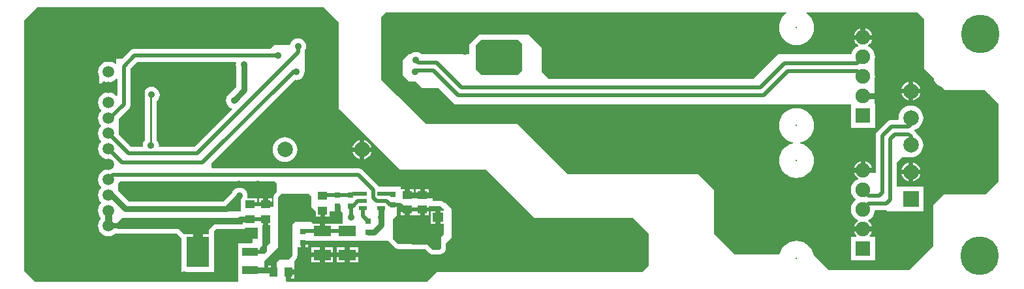
<source format=gbl>
%FSLAX25Y25*%
%MOIN*%
G70*
G01*
G75*
G04 Layer_Physical_Order=2*
G04 Layer_Color=16711680*
%ADD10R,0.07087X0.14173*%
%ADD11R,0.03937X0.04724*%
%ADD12R,0.06299X0.13780*%
%ADD13O,0.07874X0.02400*%
%ADD14O,0.07874X0.02402*%
%ADD15R,0.03465X0.05000*%
%ADD16R,0.05512X0.04724*%
%ADD17R,0.04724X0.03937*%
%ADD18R,0.05118X0.07480*%
%ADD19R,0.04724X0.03150*%
%ADD20R,0.08268X0.07874*%
%ADD21R,0.03150X0.03150*%
%ADD22R,0.06299X0.03937*%
%ADD23R,0.20079X0.18898*%
%ADD24R,0.11811X0.03937*%
%ADD25R,0.01575X0.07874*%
%ADD26R,0.03937X0.01575*%
%ADD27O,0.10000X0.02400*%
%ADD28O,0.10000X0.02402*%
%ADD29R,0.12205X0.06102*%
%ADD30C,0.02000*%
%ADD31C,0.02500*%
%ADD32C,0.03000*%
%ADD33C,0.02362*%
%ADD34C,0.05000*%
%ADD35C,0.03500*%
%ADD36C,0.02200*%
%ADD37C,0.01000*%
%ADD38C,0.04000*%
%ADD39C,0.07000*%
%ADD40C,0.02400*%
%ADD41C,0.06000*%
%ADD42C,0.04500*%
%ADD43C,0.05906*%
%ADD44R,0.05906X0.05906*%
%ADD45C,0.19685*%
%ADD46C,0.07874*%
%ADD47R,0.07874X0.07874*%
%ADD48C,0.00787*%
%ADD49C,0.07480*%
%ADD50R,0.07480X0.07480*%
%ADD51C,0.03543*%
%ADD52R,0.09055X0.05512*%
%ADD53R,0.07874X0.03937*%
%ADD54R,0.11811X0.15748*%
%ADD55R,0.03937X0.02362*%
G36*
X213401Y40536D02*
X213401Y40536D01*
X213401Y40536D01*
X213401Y40536D01*
X214793Y39144D01*
X214953Y38904D01*
X214960Y38898D01*
X214960Y38896D01*
Y38741D01*
X214961Y38739D01*
Y38482D01*
X214960Y38481D01*
Y38480D01*
D01*
X214960Y38480D01*
X214960Y38479D01*
Y38477D01*
X214913Y38365D01*
X214844Y38015D01*
X214841Y38008D01*
X213258D01*
Y34646D01*
Y31278D01*
X214846Y31269D01*
X214905Y30960D01*
X214957Y30833D01*
X214959Y30821D01*
Y30821D01*
X214959Y30692D01*
Y30692D01*
X214959Y30685D01*
X214961Y30676D01*
Y30665D01*
X214960Y30574D01*
X214961Y30572D01*
Y27525D01*
X214927Y27193D01*
X214938Y27070D01*
X214914Y26949D01*
Y26933D01*
X214911Y26916D01*
Y26916D01*
X214927Y26835D01*
X214914Y26772D01*
Y26175D01*
X214871Y25956D01*
X214747Y25770D01*
X214485Y25509D01*
X213779Y24803D01*
Y23806D01*
Y22863D01*
D01*
X213756Y22743D01*
Y22742D01*
X213756Y22742D01*
X213756Y22742D01*
Y19111D01*
X213712Y18892D01*
X213588Y18706D01*
X213160Y18278D01*
X212974Y18154D01*
X212755Y18110D01*
X211816D01*
X211816Y18110D01*
X211816Y18110D01*
X209449D01*
X206693Y20866D01*
X205271D01*
X205218Y20877D01*
X191936Y20899D01*
X191936Y20899D01*
X191935Y20900D01*
X191924Y20907D01*
X191846Y20940D01*
X191843Y20940D01*
X191841Y20942D01*
X191735Y20986D01*
X191733Y20986D01*
X191731Y20987D01*
X191544Y21065D01*
X191531Y21068D01*
X191363Y21235D01*
X191363Y21235D01*
X189990Y22609D01*
X189990Y22609D01*
X189990Y22609D01*
X189990Y22609D01*
X189990Y22609D01*
X189990Y22609D01*
X189990Y22609D01*
X189790Y22809D01*
X189790Y22809D01*
D01*
X189790Y22809D01*
X189669Y22929D01*
X189311Y23287D01*
X189311Y23287D01*
X189144Y23454D01*
X189144Y23454D01*
X189144Y23455D01*
X189144Y23455D01*
X189108Y23508D01*
X189108Y23508D01*
X189039Y23612D01*
X189039Y23612D01*
X189039Y23612D01*
X189012Y23652D01*
X189012Y23652D01*
X189012Y23652D01*
X188976Y23705D01*
D01*
X188976Y23705D01*
X188976Y23705D01*
Y33858D01*
X190945Y35827D01*
X190975Y40551D01*
X192898D01*
Y39833D01*
X196260D01*
Y38583D01*
X197510D01*
Y35614D01*
X202884D01*
Y38583D01*
X205384D01*
Y35614D01*
X207496D01*
Y40551D01*
X213386D01*
X213401Y40536D01*
D02*
G37*
G36*
X111417Y44882D02*
Y38189D01*
X111024Y37795D01*
X104331D01*
X103543Y38583D01*
X110630Y45669D01*
X111417Y44882D01*
D02*
G37*
G36*
X125266Y30890D02*
X126378D01*
Y21654D01*
X124803Y20079D01*
Y17323D01*
X123622Y16142D01*
X121079D01*
Y19110D01*
X122441Y20472D01*
Y22244D01*
Y30890D01*
X122766D01*
Y33858D01*
X125266D01*
Y30890D01*
D02*
G37*
G36*
X112205Y31102D02*
X97638D01*
X94882Y28346D01*
Y26000D01*
X90484D01*
Y17126D01*
X87984D01*
Y26000D01*
X82330D01*
X82330Y26000D01*
X82305Y26026D01*
X82305Y26026D01*
X82116Y26152D01*
X81974Y26294D01*
X81974Y26294D01*
X81754Y26514D01*
X80233Y28035D01*
X80233Y28035D01*
X79528Y28740D01*
X48819D01*
X48494Y29065D01*
X43701D01*
Y31565D01*
X48100D01*
X50787Y34252D01*
X112205D01*
Y31102D01*
D02*
G37*
G36*
X108949Y113556D02*
X108823Y112598D01*
X108965Y111519D01*
X109097Y111201D01*
Y101220D01*
X106108Y98231D01*
X105789Y98099D01*
X104926Y97436D01*
X104263Y96573D01*
X103847Y95567D01*
X103705Y94488D01*
X103847Y93409D01*
X104263Y92403D01*
X104926Y91540D01*
X105789Y90877D01*
X106749Y90480D01*
X106847Y89989D01*
X87556Y70698D01*
X69829D01*
X69499Y71074D01*
X69524Y71260D01*
X69382Y72339D01*
X68965Y73345D01*
X68303Y74208D01*
X68241Y74255D01*
Y93947D01*
X68696Y94296D01*
X69359Y95159D01*
X69775Y96165D01*
X69918Y97244D01*
X69775Y98323D01*
X69359Y99329D01*
X68696Y100192D01*
X67833Y100855D01*
X66827Y101271D01*
X65748Y101414D01*
X64669Y101271D01*
X63663Y100855D01*
X62800Y100192D01*
X62137Y99329D01*
X61721Y98323D01*
X61579Y97244D01*
X61721Y96165D01*
X62137Y95159D01*
X62467Y94729D01*
Y74255D01*
X62406Y74208D01*
X61743Y73345D01*
X61327Y72339D01*
X61185Y71260D01*
X61209Y71074D01*
X60880Y70698D01*
X55357D01*
X48996Y77060D01*
X48996Y77060D01*
X49028Y77092D01*
Y77303D01*
X49062Y77559D01*
X49028Y77815D01*
Y85177D01*
Y85177D01*
X53973Y90122D01*
X54512Y90824D01*
X54774Y91457D01*
X54851Y91642D01*
X54966Y92520D01*
Y110406D01*
X58491Y113932D01*
X108619D01*
X108949Y113556D01*
D02*
G37*
G36*
X161417Y134185D02*
Y90114D01*
X192520Y59055D01*
X236614D01*
X261417Y34252D01*
X311811D01*
X319685Y26378D01*
Y9913D01*
X316535Y6736D01*
X211417D01*
X206299Y1575D01*
X135039D01*
X134380Y2234D01*
Y3331D01*
Y6693D01*
X135630D01*
Y7943D01*
X138598D01*
Y10055D01*
Y12358D01*
X139379Y13138D01*
X139451Y13245D01*
X139453Y13247D01*
X139453Y13248D01*
X139455Y13250D01*
X139516Y13342D01*
X139681Y13506D01*
X139741Y13597D01*
X139746Y13602D01*
X139748Y13606D01*
X139748Y13606D01*
X139749Y13607D01*
X139750Y13610D01*
X139751Y13612D01*
X139780Y13682D01*
X139837Y13817D01*
X139966Y14005D01*
X139968Y14017D01*
X139976Y14028D01*
X139979Y14040D01*
X139979Y14040D01*
X139988Y14086D01*
X140017Y14233D01*
X140020Y14238D01*
X140025Y14264D01*
X140034Y14285D01*
X140109Y14458D01*
X140109Y14460D01*
X140109Y14462D01*
X140111Y14468D01*
X140112Y14469D01*
X140112Y14473D01*
X140152Y14663D01*
X140155Y14893D01*
X140161Y14924D01*
X140161Y14928D01*
X140161Y14930D01*
X140203Y15132D01*
X140204Y15146D01*
X140202Y15153D01*
X140204Y15159D01*
Y15159D01*
X140202Y15166D01*
X140204Y15173D01*
Y19276D01*
X140535Y19276D01*
Y19276D01*
X141860D01*
Y21850D01*
X144360D01*
Y19276D01*
X145685D01*
Y22638D01*
X146063D01*
Y22638D01*
X172638D01*
X172638Y22638D01*
X186793D01*
Y22638D01*
X186820D01*
X186822Y22628D01*
X186822Y22628D01*
X186916Y22508D01*
X186974Y22367D01*
X187010Y22313D01*
X187010Y22313D01*
X187010Y22313D01*
X187036Y22274D01*
X187036Y22274D01*
D01*
X187106Y22170D01*
X187106Y22170D01*
X187141Y22117D01*
X187142Y22116D01*
X187143Y22114D01*
X187310Y21948D01*
X187440Y21752D01*
X187441Y21752D01*
X187441Y21751D01*
X187441Y21751D01*
X187441Y21751D01*
X187441Y21751D01*
X187608Y21584D01*
X187608Y21584D01*
X187966Y21226D01*
X188087Y21106D01*
X188087Y21106D01*
D01*
X188087Y21106D01*
X188087D01*
X188287Y20906D01*
X188287Y20906D01*
D01*
X188287Y20906D01*
D01*
X188287Y20906D01*
D01*
X188287Y20906D01*
D01*
X188287Y20906D01*
D01*
X188287Y20906D01*
X188287D01*
X189660Y19532D01*
X189660Y19532D01*
X189660Y19532D01*
X189828Y19365D01*
X190025Y19233D01*
X190193Y19065D01*
X190412Y18974D01*
X190609Y18842D01*
X190623Y18840D01*
X190623Y18840D01*
X190810Y18762D01*
X190810Y18762D01*
X190915Y18718D01*
X190918Y18718D01*
X190921Y18716D01*
X190977Y18693D01*
X190987Y18686D01*
X190987Y18686D01*
X191000Y18683D01*
X191011Y18676D01*
X191243Y18629D01*
X191462Y18538D01*
X191466Y18538D01*
X191470Y18536D01*
X191471Y18536D01*
X191691Y18537D01*
X191906Y18491D01*
X191919Y18494D01*
X191932Y18491D01*
X205214Y18468D01*
X205216Y18469D01*
X205271Y18458D01*
X205695D01*
X207746Y16407D01*
X208214Y16094D01*
X208527Y15885D01*
X209449Y15702D01*
X211816D01*
X211816Y15702D01*
X211816Y15702D01*
X212755D01*
X212988Y15748D01*
X213225D01*
X213444Y15792D01*
X213444Y15792D01*
X213444D01*
X213663Y15882D01*
X213677Y15885D01*
X213688Y15893D01*
X213875Y15970D01*
X214068Y16050D01*
X214082Y16053D01*
X214093Y16060D01*
X214312Y16151D01*
X214312Y16151D01*
X214312Y16151D01*
X214498Y16275D01*
X214666Y16443D01*
X214863Y16575D01*
X215291Y17003D01*
X215423Y17200D01*
X215591Y17368D01*
X215715Y17554D01*
X215715Y17554D01*
X215805Y17773D01*
X215813Y17784D01*
X215816Y17798D01*
X215973Y18178D01*
X215981Y18189D01*
X215984Y18203D01*
X216074Y18422D01*
Y18422D01*
X216074Y18422D01*
Y18422D01*
X216118Y18641D01*
Y18878D01*
X216164Y19111D01*
Y21282D01*
X218898Y24016D01*
Y38976D01*
X215778Y42096D01*
X215778D01*
X215778D01*
X215778Y42096D01*
X215775Y42233D01*
X215775D01*
X215764Y42701D01*
Y42233D01*
D01*
X215520Y42132D01*
X215432Y42095D01*
X215302Y42041D01*
X215104Y42239D01*
X215104Y42239D01*
X215104Y42239D01*
X215089Y42254D01*
X215024Y42298D01*
X214979Y42355D01*
X214848Y42430D01*
X214741Y42537D01*
X214599Y42596D01*
X214478Y42690D01*
X214478Y42690D01*
X214408Y42709D01*
X214307Y42776D01*
X214205Y42797D01*
X214163Y42821D01*
X214013Y42840D01*
X213874Y42898D01*
X213720Y42898D01*
X213572Y42938D01*
X213524Y42932D01*
X213386Y42960D01*
X209361D01*
X209170Y43422D01*
X209252Y43504D01*
Y44685D01*
X207496D01*
Y49031D01*
X205384D01*
Y46063D01*
X204134D01*
Y44813D01*
X200772D01*
Y44685D01*
X199622D01*
Y49031D01*
X197510D01*
Y46063D01*
X195010D01*
Y49031D01*
X192913D01*
Y50394D01*
X185039D01*
Y50394D01*
X181812D01*
X181319Y51036D01*
X173658Y58697D01*
X172956Y59236D01*
X172377Y59476D01*
X172138Y59575D01*
X171260Y59690D01*
X97003D01*
X96457Y60236D01*
Y62527D01*
X138926Y104996D01*
X139764Y104886D01*
X140843Y105028D01*
X141849Y105444D01*
X142712Y106107D01*
X143375Y106970D01*
X143791Y107976D01*
X143933Y109055D01*
X143942Y109064D01*
Y118898D01*
X143942Y118898D01*
X143942Y118898D01*
Y119676D01*
X144162Y119963D01*
X144579Y120968D01*
X144721Y122047D01*
X144579Y123126D01*
X144162Y124132D01*
X143500Y124996D01*
X142636Y125658D01*
X141630Y126075D01*
X140551Y126217D01*
X139472Y126075D01*
X138466Y125658D01*
X137603Y124996D01*
X136940Y124132D01*
X136524Y123126D01*
X136497Y122921D01*
X136410Y122835D01*
D01*
X135889D01*
Y122835D01*
X135889Y122835D01*
X128347D01*
X126226Y120714D01*
X57087D01*
X57087Y120714D01*
X56648Y120656D01*
X56209Y120598D01*
X55693Y120385D01*
X55391Y120260D01*
X54689Y119721D01*
X50647Y115679D01*
X47653D01*
X47654Y113287D01*
X47205Y113066D01*
X46381Y113698D01*
X45088Y114233D01*
X43701Y114416D01*
X42313Y114233D01*
X41020Y113698D01*
X39910Y112846D01*
X39058Y111735D01*
X38523Y110443D01*
X38340Y109055D01*
X38523Y107668D01*
X39058Y106375D01*
X39072Y106357D01*
X39058Y106345D01*
X39058Y106345D01*
Y103313D01*
X39940Y102431D01*
X40882Y104000D01*
Y104020D01*
X41297Y104298D01*
X42313Y103877D01*
X43701Y103694D01*
X45088Y103877D01*
X46381Y104412D01*
X47491Y105264D01*
X47710Y105549D01*
X48184Y105389D01*
Y96974D01*
X47710Y96813D01*
X47491Y97098D01*
X46381Y97950D01*
X45088Y98485D01*
X43701Y98668D01*
X42313Y98485D01*
X41020Y97950D01*
X39910Y97098D01*
X39058Y95987D01*
X38523Y94695D01*
X38340Y93307D01*
X38523Y91920D01*
X39058Y90627D01*
X39910Y89517D01*
Y89224D01*
X39058Y88113D01*
X38523Y86821D01*
X38340Y85433D01*
X38523Y84046D01*
X39058Y82753D01*
X39910Y81642D01*
Y81350D01*
X39058Y80239D01*
X38523Y78947D01*
X38340Y77559D01*
X38523Y76172D01*
X39058Y74879D01*
X39910Y73768D01*
Y73476D01*
X39058Y72365D01*
X38523Y71073D01*
X38340Y69685D01*
X38523Y68298D01*
X39058Y67005D01*
X39910Y65894D01*
X41020Y65042D01*
X42313Y64507D01*
X43701Y64324D01*
X44200Y64390D01*
X45624Y62966D01*
Y59633D01*
Y59633D01*
X45185Y59575D01*
X44669Y59361D01*
X44367Y59236D01*
X44338Y59214D01*
X43701Y59298D01*
X42313Y59115D01*
X41020Y58580D01*
X39910Y57728D01*
X39058Y56617D01*
X38523Y55325D01*
X38340Y53937D01*
X38523Y52549D01*
X39058Y51257D01*
X39910Y50146D01*
Y49854D01*
X39058Y48743D01*
X38523Y47451D01*
X38340Y46063D01*
X38523Y44675D01*
X39058Y43383D01*
X39910Y42272D01*
Y41980D01*
X39058Y40869D01*
X38523Y39577D01*
X38340Y38189D01*
X38523Y36801D01*
X39058Y35509D01*
X39553Y34864D01*
Y33640D01*
X39058Y32995D01*
X38523Y31702D01*
X38340Y30315D01*
X38523Y28927D01*
X39058Y27635D01*
X39910Y26524D01*
X41020Y25672D01*
X42313Y25137D01*
X43701Y24954D01*
X45088Y25137D01*
X46381Y25672D01*
X47240Y26332D01*
X78530D01*
X80051Y24811D01*
X80051Y24811D01*
X80271Y24591D01*
X80271Y24591D01*
X80413Y24449D01*
X80602Y24323D01*
X80602Y24323D01*
X80602Y24323D01*
X80602Y24323D01*
X80602Y24322D01*
X80627Y24297D01*
X80627Y24297D01*
X80627D01*
X80628Y24297D01*
X80636Y24291D01*
X80778Y24149D01*
X80966Y24023D01*
Y6890D01*
X97502D01*
Y27362D01*
X97502Y27362D01*
X97502D01*
X97444Y27502D01*
X98635Y28694D01*
X112205D01*
X113126Y28877D01*
X113908Y29399D01*
X113994Y29528D01*
X120033D01*
Y23606D01*
X117392D01*
Y22116D01*
X116732Y21457D01*
X109843D01*
Y12795D01*
Y12008D01*
Y3347D01*
Y1575D01*
X6299D01*
X787Y7133D01*
Y135376D01*
X7480Y142126D01*
X153543D01*
X161417Y134185D01*
D02*
G37*
G36*
X460236Y136221D02*
Y110630D01*
X465234Y105447D01*
X465412Y104861D01*
X465997Y103767D01*
X466784Y102808D01*
X467743Y102021D01*
X468838Y101436D01*
X469212Y101322D01*
X470866Y99606D01*
X491339D01*
X498425Y92520D01*
Y53150D01*
X491732Y46457D01*
X470472D01*
X464961Y40945D01*
Y36333D01*
X464930Y36024D01*
X464961Y35714D01*
Y20079D01*
X452756Y7874D01*
X411417D01*
X403846Y15446D01*
X403342Y17107D01*
X402519Y18646D01*
X401412Y19995D01*
X400063Y21102D01*
X398524Y21924D01*
X396855Y22431D01*
X395118Y22602D01*
X393382Y22431D01*
X391712Y21924D01*
X390173Y21102D01*
X388824Y19995D01*
X387717Y18646D01*
X386894Y17107D01*
X386482Y15748D01*
X363779D01*
X353150Y26378D01*
Y48425D01*
X344882Y56693D01*
X278346D01*
X252756Y82284D01*
X205906D01*
X191339Y96850D01*
X187795Y100394D01*
X183071Y105118D01*
Y137008D01*
X185433Y139370D01*
X389863D01*
X390032Y138899D01*
X388824Y137908D01*
X387717Y136559D01*
X386894Y135020D01*
X386388Y133351D01*
X386217Y131614D01*
X386388Y129878D01*
X386894Y128208D01*
X387717Y126669D01*
X388824Y125320D01*
X390173Y124213D01*
X391712Y123391D01*
X393382Y122884D01*
X395118Y122713D01*
X396855Y122884D01*
X398524Y123391D01*
X400063Y124213D01*
X401412Y125320D01*
X402519Y126669D01*
X403342Y128208D01*
X403848Y129878D01*
X404019Y131614D01*
X403848Y133351D01*
X403342Y135020D01*
X402519Y136559D01*
X401412Y137908D01*
X400205Y138899D01*
X400373Y139370D01*
X457087D01*
X460236Y136221D01*
D02*
G37*
G36*
X145200Y46850D02*
X145247Y46850D01*
X145292Y46834D01*
X145471Y46843D01*
X145494Y46838D01*
D01*
X145647Y46808D01*
X145652D01*
X145652Y46808D01*
X145652Y46807D01*
X145653Y46806D01*
X145654Y46806D01*
X145655Y46805D01*
X145655Y46805D01*
X145656Y46804D01*
X145658Y46802D01*
X145669Y46795D01*
X145670Y46795D01*
X145677Y46791D01*
X145677Y46790D01*
X145828Y46692D01*
X145828Y46692D01*
X146260Y46259D01*
X146260Y46259D01*
X146260Y46259D01*
X147244Y45276D01*
Y40157D01*
X148425Y38976D01*
X149606Y37795D01*
X149787D01*
Y35221D01*
X151900D01*
Y38189D01*
X154400D01*
Y35221D01*
X156512D01*
Y37795D01*
X162598D01*
X163386Y37008D01*
Y31512D01*
X160221D01*
Y31496D01*
X158480D01*
Y31512D01*
X154203D01*
Y27756D01*
X151703D01*
Y31512D01*
X148016D01*
X147244Y32283D01*
X138976D01*
X137795Y31102D01*
Y19276D01*
Y15173D01*
X137795Y15159D01*
Y15159D01*
X137795Y15159D01*
X137753Y14962D01*
Y14962D01*
X137753Y14959D01*
X137753Y14955D01*
X137752Y14953D01*
X137749Y14950D01*
X137749Y14950D01*
X137747Y14947D01*
X137676Y14841D01*
X135827Y12992D01*
X131102D01*
X129400Y11289D01*
Y6693D01*
X126900D01*
Y10055D01*
X125181D01*
Y6476D01*
X123228D01*
Y12205D01*
X130315Y19291D01*
Y44691D01*
X130315Y44704D01*
X130315Y44704D01*
X130315Y44704D01*
X130354Y44890D01*
X130357Y44905D01*
X130357Y44909D01*
X130358Y44910D01*
X130361Y44913D01*
X130361Y44914D01*
X130361Y44914D01*
X130363Y44916D01*
X130368Y44924D01*
X130368Y44924D01*
X130390Y44957D01*
X132125Y46692D01*
X132125Y46692D01*
X132297Y46804D01*
X132301Y46808D01*
X132306D01*
X132512Y46849D01*
X132723Y46844D01*
X132739Y46850D01*
X132752D01*
X132753Y46850D01*
X145200D01*
X145200Y46850D01*
D02*
G37*
G36*
X129781Y51715D02*
Y47754D01*
X128687Y46660D01*
X128658Y46617D01*
X128658Y46617D01*
Y46617D01*
X128658Y46616D01*
X128655Y46613D01*
X128615Y46553D01*
X128549Y46502D01*
X128488Y46395D01*
X128388Y46295D01*
X128367Y46265D01*
X128364Y46262D01*
X128363Y46258D01*
X128361Y46255D01*
Y46255D01*
X128360Y46253D01*
X128359Y46251D01*
X128357Y46250D01*
X128357Y46249D01*
X128273Y46046D01*
X128144Y45857D01*
X128141Y45844D01*
X128132Y45832D01*
X128114Y45740D01*
X128083Y45686D01*
Y45685D01*
X128067Y45558D01*
X128033Y45478D01*
X128001Y45402D01*
X128000Y45400D01*
X127999Y45396D01*
X127998Y45395D01*
X127998Y45391D01*
X127998Y45387D01*
X127998Y45386D01*
X127997Y45386D01*
X127958Y45200D01*
X127956Y45035D01*
X127913Y44875D01*
X127922Y44802D01*
X127907Y44730D01*
X127907Y44718D01*
X127908Y44711D01*
X127907Y44704D01*
X127908Y44698D01*
X127907Y44691D01*
Y40089D01*
X124016D01*
Y41339D01*
X122766D01*
Y44307D01*
X120653D01*
Y40551D01*
X119504D01*
Y44307D01*
X114999D01*
X114670Y44683D01*
X114799Y45669D01*
X114657Y46748D01*
X114241Y47754D01*
X113578Y48618D01*
X112715Y49280D01*
X111709Y49697D01*
X110630Y49839D01*
X109551Y49697D01*
X108545Y49280D01*
X107682Y48618D01*
X107019Y47754D01*
X106887Y47436D01*
X102323Y42872D01*
X53976D01*
X48513Y48335D01*
X48513Y48335D01*
X48513Y48335D01*
X48513Y48335D01*
Y51662D01*
X49758Y52908D01*
X128588D01*
X129781Y51715D01*
D02*
G37*
%LPC*%
G36*
X210758Y38008D02*
X208252D01*
Y31284D01*
X210758D01*
Y34646D01*
Y38008D01*
D02*
G37*
G36*
X202884Y49031D02*
X200772D01*
Y47313D01*
X202884D01*
Y49031D01*
D02*
G37*
G36*
X127378Y44307D02*
X125266D01*
Y42589D01*
X127378D01*
Y44307D01*
D02*
G37*
G36*
X195010Y37333D02*
X192898D01*
Y35614D01*
X195010D01*
Y37333D01*
D02*
G37*
G36*
X171276Y19307D02*
X166998D01*
Y16801D01*
X171276D01*
Y19307D01*
D02*
G37*
G36*
X158480Y14301D02*
X154203D01*
Y11795D01*
X158480D01*
Y14301D01*
D02*
G37*
G36*
X164498D02*
X160221D01*
Y11795D01*
X164498D01*
Y14301D01*
D02*
G37*
G36*
X138598Y5443D02*
X136880D01*
Y3331D01*
X138598D01*
Y5443D01*
D02*
G37*
G36*
X151703Y14301D02*
X147425D01*
Y11795D01*
X151703D01*
Y14301D01*
D02*
G37*
G36*
X171276D02*
X166998D01*
Y11795D01*
X171276D01*
Y14301D01*
D02*
G37*
G36*
X158480Y19307D02*
X154203D01*
Y16801D01*
X158480D01*
Y19307D01*
D02*
G37*
G36*
X164498D02*
X160221D01*
Y16801D01*
X164498D01*
Y19307D01*
D02*
G37*
G36*
X433747Y27451D02*
X424521D01*
X424993Y26310D01*
X425753Y25320D01*
X425810Y25277D01*
X425649Y24803D01*
X423032D01*
Y12598D01*
X435236D01*
Y24803D01*
X432619D01*
X432458Y25277D01*
X432515Y25320D01*
X433274Y26310D01*
X433747Y27451D01*
D02*
G37*
G36*
X151703Y19307D02*
X147425D01*
Y16801D01*
X151703D01*
Y19307D01*
D02*
G37*
G36*
X452293Y97963D02*
X448728D01*
X448733Y97924D01*
X449231Y96723D01*
X450022Y95692D01*
X451053Y94900D01*
X452254Y94403D01*
X452293Y94398D01*
Y97963D01*
D02*
G37*
G36*
X458358D02*
X454793D01*
Y94398D01*
X454832Y94403D01*
X456033Y94900D01*
X457064Y95692D01*
X457856Y96723D01*
X458353Y97924D01*
X458358Y97963D01*
D02*
G37*
G36*
X171978Y74106D02*
X171940Y74101D01*
X170738Y73604D01*
X169707Y72812D01*
X168916Y71781D01*
X168418Y70580D01*
X168413Y70541D01*
X171978D01*
Y74106D01*
D02*
G37*
G36*
X174478D02*
Y70541D01*
X178043D01*
X178038Y70580D01*
X177541Y71781D01*
X176750Y72812D01*
X175718Y73604D01*
X174517Y74101D01*
X174478Y74106D01*
D02*
G37*
G36*
X452293Y104028D02*
X452254Y104023D01*
X451053Y103525D01*
X450022Y102734D01*
X449231Y101702D01*
X448733Y100501D01*
X448728Y100463D01*
X452293D01*
Y104028D01*
D02*
G37*
G36*
X427884Y131227D02*
X426743Y130755D01*
X425753Y129995D01*
X424993Y129005D01*
X424521Y127864D01*
X427884D01*
Y131227D01*
D02*
G37*
G36*
X430384D02*
Y127864D01*
X433747D01*
X433274Y129005D01*
X432515Y129995D01*
X431524Y130755D01*
X430384Y131227D01*
D02*
G37*
G36*
X454793Y104028D02*
Y100463D01*
X458358D01*
X458353Y100501D01*
X457856Y101702D01*
X457064Y102734D01*
X456033Y103525D01*
X454832Y104023D01*
X454793Y104028D01*
D02*
G37*
G36*
X258268Y127953D02*
X233071D01*
X227953Y122835D01*
Y118110D01*
X203473D01*
X202872Y118571D01*
X201866Y118988D01*
X200787Y119130D01*
X199708Y118988D01*
X198702Y118571D01*
X198101Y118110D01*
X197244D01*
X194095Y114961D01*
Y107087D01*
X197244Y103937D01*
X200787D01*
X203937Y100787D01*
X212205D01*
X216535Y96457D01*
X220472Y92520D01*
X423032D01*
Y80512D01*
X435236D01*
Y92716D01*
X435039D01*
Y105060D01*
X435148Y105418D01*
X435266Y106614D01*
X435148Y107810D01*
X435039Y108168D01*
Y115060D01*
X435148Y115418D01*
X435266Y116614D01*
X435148Y117810D01*
X434799Y118961D01*
X434232Y120021D01*
X433470Y120950D01*
X432541Y121713D01*
X431764Y122128D01*
X431723Y122626D01*
X432515Y123233D01*
X433274Y124224D01*
X433747Y125364D01*
X424521D01*
X424993Y124224D01*
X425753Y123233D01*
X426545Y122626D01*
X426504Y122128D01*
X425727Y121713D01*
X424798Y120950D01*
X424035Y120021D01*
X423469Y118961D01*
X423211Y118110D01*
X385827D01*
X373228Y105512D01*
X268504D01*
X264961Y109055D01*
Y121260D01*
X258268Y127953D01*
D02*
G37*
G36*
X178043Y68041D02*
X174478D01*
Y64476D01*
X174517Y64481D01*
X175718Y64979D01*
X176750Y65770D01*
X177541Y66802D01*
X178038Y68002D01*
X178043Y68041D01*
D02*
G37*
G36*
X395118Y90515D02*
X393382Y90344D01*
X391712Y89838D01*
X390173Y89015D01*
X388824Y87908D01*
X387717Y86559D01*
X386894Y85021D01*
X386388Y83351D01*
X386217Y81614D01*
X386388Y79878D01*
X386894Y78208D01*
X387717Y76669D01*
X388824Y75320D01*
X390173Y74213D01*
X391712Y73391D01*
X393304Y72908D01*
Y72884D01*
X393304D01*
Y72431D01*
Y72431D01*
D01*
D01*
X393304D01*
Y72408D01*
X391712Y71924D01*
X390173Y71102D01*
X388824Y69995D01*
X387717Y68646D01*
X386894Y67107D01*
X386388Y65437D01*
X386217Y63701D01*
X386388Y61964D01*
X386894Y60295D01*
X387717Y58756D01*
X388824Y57407D01*
X390173Y56300D01*
X391712Y55477D01*
X393382Y54971D01*
X395118Y54800D01*
X396855Y54971D01*
X398524Y55477D01*
X400063Y56300D01*
X401412Y57407D01*
X402519Y58756D01*
X403342Y60295D01*
X403848Y61964D01*
X404019Y63701D01*
X403848Y65437D01*
X403342Y67107D01*
X402519Y68646D01*
X401412Y69995D01*
X400063Y71102D01*
X398524Y71924D01*
X396932Y72408D01*
Y72431D01*
X396932D01*
Y72884D01*
Y72884D01*
D01*
D01*
X396932D01*
Y72908D01*
X398524Y73391D01*
X400063Y74213D01*
X401412Y75320D01*
X402519Y76669D01*
X403342Y78208D01*
X403848Y79878D01*
X404019Y81614D01*
X403848Y83351D01*
X403342Y85021D01*
X402519Y86559D01*
X401412Y87908D01*
X400063Y89015D01*
X398524Y89838D01*
X396855Y90344D01*
X395118Y90515D01*
D02*
G37*
G36*
X453543Y91763D02*
X452308Y91641D01*
X451121Y91281D01*
X450027Y90696D01*
X449067Y89909D01*
X448280Y88950D01*
X447695Y87855D01*
X447335Y86668D01*
X447214Y85433D01*
X447267Y84896D01*
X446931Y84525D01*
X443632D01*
X442754Y84409D01*
X442176Y84170D01*
X441936Y84071D01*
X441234Y83532D01*
X436547Y78845D01*
X436008Y78143D01*
X435746Y77510D01*
X435669Y77325D01*
X435554Y76447D01*
Y57451D01*
X434129D01*
X433800Y57827D01*
X433915Y58701D01*
X433752Y59938D01*
X433274Y61091D01*
X432515Y62081D01*
X431524Y62841D01*
X430384Y63314D01*
Y58701D01*
X429134D01*
Y57451D01*
X424521D01*
X424993Y56310D01*
X425753Y55320D01*
X426545Y54713D01*
X426504Y54214D01*
X425727Y53799D01*
X424798Y53037D01*
X424035Y52108D01*
X423469Y51047D01*
X423120Y49897D01*
X423002Y48701D01*
X423120Y47504D01*
X423469Y46354D01*
X424035Y45294D01*
X424798Y44365D01*
X425303Y43951D01*
Y43451D01*
X424798Y43037D01*
X424035Y42107D01*
X423469Y41047D01*
X423120Y39897D01*
X423002Y38701D01*
X423120Y37505D01*
X423469Y36354D01*
X424035Y35294D01*
X424798Y34365D01*
X425727Y33602D01*
X426504Y33187D01*
X426545Y32689D01*
X425753Y32081D01*
X424993Y31091D01*
X424521Y29951D01*
X433747D01*
X433274Y31091D01*
X432515Y32081D01*
X431723Y32689D01*
X431764Y33187D01*
X432541Y33602D01*
X433470Y34365D01*
X434232Y35294D01*
X434799Y36354D01*
X435148Y37505D01*
X435230Y38341D01*
X441045D01*
X441591Y37795D01*
X459842D01*
Y50394D01*
X446305D01*
Y62689D01*
X448939Y65324D01*
X453543D01*
X454778Y65446D01*
X455966Y65806D01*
X457060Y66391D01*
X458019Y67178D01*
X458806Y68137D01*
X459391Y69231D01*
X459751Y70419D01*
X459873Y71653D01*
X459751Y72888D01*
X459391Y74076D01*
X458806Y75170D01*
X458019Y76129D01*
X457060Y76916D01*
X456721Y77097D01*
X456650Y77271D01*
X456480Y77680D01*
X455941Y78382D01*
X455368Y78956D01*
X455489Y79441D01*
X455966Y79585D01*
X457060Y80170D01*
X458019Y80957D01*
X458806Y81916D01*
X459391Y83011D01*
X459751Y84198D01*
X459873Y85433D01*
X459751Y86668D01*
X459391Y87855D01*
X458806Y88950D01*
X458019Y89909D01*
X457060Y90696D01*
X455966Y91281D01*
X454778Y91641D01*
X453543Y91763D01*
D02*
G37*
G36*
X452293Y56624D02*
X448728D01*
X448733Y56585D01*
X449231Y55384D01*
X450022Y54353D01*
X451053Y53562D01*
X452254Y53064D01*
X452293Y53059D01*
Y56624D01*
D02*
G37*
G36*
X458358D02*
X454793D01*
Y53059D01*
X454832Y53064D01*
X456033Y53562D01*
X457064Y54353D01*
X457856Y55384D01*
X458353Y56585D01*
X458358Y56624D01*
D02*
G37*
G36*
X452293Y62689D02*
X452254Y62684D01*
X451053Y62186D01*
X450022Y61395D01*
X449231Y60364D01*
X448733Y59163D01*
X448728Y59124D01*
X452293D01*
Y62689D01*
D02*
G37*
G36*
X133858Y75621D02*
X132623Y75499D01*
X131436Y75139D01*
X130342Y74554D01*
X129383Y73767D01*
X128595Y72808D01*
X128010Y71714D01*
X127650Y70526D01*
X127529Y69291D01*
X127650Y68056D01*
X128010Y66869D01*
X128595Y65775D01*
X129383Y64816D01*
X130342Y64028D01*
X131436Y63443D01*
X132623Y63083D01*
X133858Y62962D01*
X135093Y63083D01*
X136281Y63443D01*
X137375Y64028D01*
X138334Y64816D01*
X139121Y65775D01*
X139706Y66869D01*
X140066Y68056D01*
X140188Y69291D01*
X140066Y70526D01*
X139706Y71714D01*
X139121Y72808D01*
X138334Y73767D01*
X137375Y74554D01*
X136281Y75139D01*
X135093Y75499D01*
X133858Y75621D01*
D02*
G37*
G36*
X171978Y68041D02*
X168413D01*
X168418Y68002D01*
X168916Y66802D01*
X169707Y65770D01*
X170738Y64979D01*
X171940Y64481D01*
X171978Y64476D01*
Y68041D01*
D02*
G37*
G36*
X427884Y63314D02*
X426743Y62841D01*
X425753Y62081D01*
X424993Y61091D01*
X424521Y59951D01*
X427884D01*
Y63314D01*
D02*
G37*
G36*
X454793Y62689D02*
Y59124D01*
X458358D01*
X458353Y59163D01*
X457856Y60364D01*
X457064Y61395D01*
X456033Y62186D01*
X454832Y62684D01*
X454793Y62689D01*
D02*
G37*
%LPD*%
G36*
X255118Y123228D02*
Y109843D01*
X252756Y107480D01*
X234252D01*
X231496Y110236D01*
Y122835D01*
X234206Y125544D01*
X252802D01*
X255118Y123228D01*
D02*
G37*
D11*
X128150Y6693D02*
D03*
X135630D02*
D03*
D16*
X212008Y34646D02*
D03*
Y46063D02*
D03*
D17*
X204134Y38583D02*
D03*
Y46063D02*
D03*
X116142Y33858D02*
D03*
Y41339D02*
D03*
X124016Y33858D02*
D03*
Y41339D02*
D03*
X153150Y45669D02*
D03*
Y38189D02*
D03*
X196260Y38583D02*
D03*
Y46063D02*
D03*
D21*
X160630Y46063D02*
D03*
Y40551D02*
D03*
X167323Y40551D02*
D03*
Y46063D02*
D03*
X188976Y40945D02*
D03*
Y46457D02*
D03*
X143110Y27362D02*
D03*
Y21850D02*
D03*
X176378Y32677D02*
D03*
Y27165D02*
D03*
D30*
X140551Y118898D02*
Y122047D01*
X88961Y67307D02*
X140551Y118898D01*
X91732Y62598D02*
X138583Y109449D01*
X50787Y62598D02*
X91732D01*
X209742Y109843D02*
X222372Y97213D01*
X201181Y109843D02*
X209742D01*
X224016Y101181D02*
X376671D01*
X211386Y113811D02*
X224016Y101181D01*
X201937Y113811D02*
X211386D01*
X200787Y114961D02*
X201937Y113811D01*
X200393Y109055D02*
X201181Y109843D01*
X211417Y24803D02*
X211811D01*
X212008Y24606D01*
X443632Y81134D02*
X452362D01*
X438945Y76447D02*
X443632Y81134D01*
X53953Y67307D02*
X88961D01*
X143110Y21850D02*
X146654D01*
X171260Y56299D02*
X178921Y48638D01*
X46063Y56299D02*
X171260D01*
X43701Y53937D02*
X46063Y56299D01*
X212008Y24606D02*
X212008D01*
X194882Y38583D02*
X196260D01*
X192512Y40953D02*
X194882Y38583D01*
X188386Y40953D02*
X192512D01*
X180577Y43110D02*
X183071D01*
X178921Y44766D02*
X180577Y43110D01*
X43701Y30315D02*
X82677D01*
X106299Y21260D02*
X111614Y26575D01*
X116142D01*
X152953Y15551D02*
X165748D01*
X116142Y41339D02*
X124016D01*
X171128Y43110D02*
X173622D01*
X168569Y40551D02*
X171128Y43110D01*
X167717Y40551D02*
X168569D01*
X173622Y35433D02*
Y39370D01*
Y35433D02*
X176378Y32677D01*
X451968Y83071D02*
X453740Y84842D01*
X116142Y33858D02*
X124016D01*
X151969Y28740D02*
X152953Y27756D01*
X143701D02*
X152953D01*
X165748D01*
X188000Y46850D02*
X188386Y46464D01*
X183071Y46850D02*
X188000D01*
X183795Y43010D02*
X185665D01*
X187722Y40953D01*
X188386D01*
X196260Y38583D02*
X204134D01*
X212205D01*
X168504Y46850D02*
X173622D01*
X429134Y38701D02*
X432165Y41732D01*
X441045D01*
X442913Y43600D01*
X429134Y48701D02*
X432134Y45701D01*
X437433D01*
X438976Y47244D01*
X442913Y43600D02*
Y45569D01*
X442945Y45600D01*
Y48888D01*
X442913Y48919D02*
X442945Y48888D01*
X442913Y48919D02*
Y74803D01*
X438945Y47276D02*
X438976Y47244D01*
X438945Y47276D02*
Y76447D01*
X452362Y81134D02*
X453543Y82315D01*
X442913Y74803D02*
X445276Y77165D01*
X452362D01*
X453543Y75984D01*
Y71653D02*
Y75984D01*
X178921Y44766D02*
Y48638D01*
X167717Y34646D02*
Y40551D01*
Y34646D02*
X168110Y34252D01*
X44291Y69095D02*
X50787Y62598D01*
X43701Y77559D02*
X53953Y67307D01*
X51575Y111811D02*
X57087Y117323D01*
X130315D01*
X43701Y85433D02*
X44488D01*
X51575Y92520D01*
Y111811D01*
X426299Y109449D02*
X429134Y106614D01*
X425937Y113417D02*
X429134Y116614D01*
X388907Y113417D02*
X425937D01*
X390551Y109449D02*
X426299D01*
X378315Y97213D02*
X390551Y109449D01*
X376671Y101181D02*
X388907Y113417D01*
X222372Y97213D02*
X378315D01*
X200787Y114960D02*
X200787Y114961D01*
X453740Y84842D02*
Y87598D01*
X116142Y17126D02*
X121457D01*
X153150Y45669D02*
X153543Y46063D01*
X161024D01*
X167717D01*
D31*
X233071Y118110D02*
X233858Y117323D01*
X240158D01*
X429134Y126614D02*
Y136614D01*
X36614Y116929D02*
X43701D01*
X135630Y3051D02*
Y6693D01*
X429134Y58701D02*
X433915D01*
D32*
X110236Y33071D02*
X111024Y33858D01*
X116142D01*
X429134Y96614D02*
X440315D01*
X112992Y99606D02*
Y112598D01*
X107874Y94488D02*
X112992Y99606D01*
X103937Y38976D02*
X110630Y45669D01*
X128150Y6693D02*
Y12402D01*
X127165Y7677D02*
X128150Y6693D01*
X116142Y7677D02*
X127165D01*
X176378Y27165D02*
X179463D01*
X204134Y46063D02*
X212008D01*
X196260D02*
X204134D01*
X212008D02*
X212008Y46063D01*
X60630Y76378D02*
Y100394D01*
X64173Y103937D01*
X87402D01*
X451772Y46260D02*
X453740D01*
X183071Y30774D02*
Y34646D01*
Y38189D01*
X179463Y27165D02*
X183071Y30774D01*
X57874Y72835D02*
Y73622D01*
X60630Y76378D01*
X38583Y101575D02*
X43307D01*
X43701Y101181D01*
Y46063D02*
X45276D01*
X52362Y38976D01*
X103937D01*
X160630Y36220D02*
Y40551D01*
D34*
X89234Y17126D02*
Y28482D01*
D35*
X43701Y30315D02*
Y38189D01*
D37*
X65354Y71260D02*
Y96850D01*
D43*
X43701Y30315D02*
D03*
Y46063D02*
D03*
Y53937D02*
D03*
Y61811D02*
D03*
Y69685D02*
D03*
Y77559D02*
D03*
Y85433D02*
D03*
Y93307D02*
D03*
Y101181D02*
D03*
Y109055D02*
D03*
Y38189D02*
D03*
D44*
Y116929D02*
D03*
D45*
X14961Y129134D02*
D03*
X488583Y14961D02*
D03*
X488976Y128346D02*
D03*
X14567Y14961D02*
D03*
D46*
X173228Y69291D02*
D03*
X133858D02*
D03*
X453543Y99213D02*
D03*
Y57874D02*
D03*
Y71653D02*
D03*
Y85433D02*
D03*
D47*
Y44094D02*
D03*
D48*
X395118Y131614D02*
D03*
Y81614D02*
D03*
Y63701D02*
D03*
Y13701D02*
D03*
D49*
X429134Y126614D02*
D03*
Y116614D02*
D03*
Y106614D02*
D03*
Y96614D02*
D03*
Y58701D02*
D03*
Y48701D02*
D03*
Y38701D02*
D03*
Y28701D02*
D03*
D50*
Y86614D02*
D03*
Y18701D02*
D03*
D51*
X200787Y114960D02*
D03*
X102756Y100787D02*
D03*
X211417Y24803D02*
D03*
X211024Y20079D02*
D03*
X109055Y40551D02*
D03*
X492520Y50787D02*
D03*
X309449Y31496D02*
D03*
X298031Y117323D02*
D03*
X325984Y66535D02*
D03*
Y72835D02*
D03*
Y79921D02*
D03*
X363386Y28740D02*
D03*
X362598Y36614D02*
D03*
X361811Y45669D02*
D03*
X377165Y79921D02*
D03*
Y71260D02*
D03*
X59449Y122835D02*
D03*
Y130709D02*
D03*
X107480Y61811D02*
D03*
X107874Y67323D02*
D03*
X82677Y30315D02*
D03*
X122441Y76378D02*
D03*
Y69291D02*
D03*
Y62205D02*
D03*
X113386Y74803D02*
D03*
X117717Y79134D02*
D03*
X122835Y83464D02*
D03*
X143307Y42913D02*
D03*
X135827D02*
D03*
X143307Y36220D02*
D03*
X127165Y51181D02*
D03*
X120079Y51575D02*
D03*
X110236D02*
D03*
X66929Y45669D02*
D03*
X64567Y50000D02*
D03*
X431496Y9449D02*
D03*
X460236Y18110D02*
D03*
X58661Y50000D02*
D03*
X55512Y45276D02*
D03*
X52362Y50394D02*
D03*
X61024Y45276D02*
D03*
X28346Y140157D02*
D03*
X45407Y138583D02*
D03*
X13386Y112598D02*
D03*
X23228Y114567D02*
D03*
X38189Y138583D02*
D03*
X52625D02*
D03*
X94882Y101181D02*
D03*
X144095Y4331D02*
D03*
X141339Y98032D02*
D03*
X181890Y66535D02*
D03*
X263386Y16535D02*
D03*
X273228Y16929D02*
D03*
X233465Y54724D02*
D03*
X273228Y30709D02*
D03*
X61417Y16535D02*
D03*
X103150Y5512D02*
D03*
X82415D02*
D03*
X91339Y5118D02*
D03*
X103150Y12795D02*
D03*
X3937Y31890D02*
D03*
X71653Y5512D02*
D03*
X61417Y23228D02*
D03*
X30315Y9449D02*
D03*
X61417Y5512D02*
D03*
X51312Y10630D02*
D03*
X27953Y43701D02*
D03*
Y55905D02*
D03*
X28346Y68110D02*
D03*
X27953Y92520D02*
D03*
X27559Y80315D02*
D03*
X12730Y43045D02*
D03*
X12205Y31890D02*
D03*
X27953Y104724D02*
D03*
X12730Y80053D02*
D03*
Y92388D02*
D03*
X4724Y115354D02*
D03*
X12730Y55381D02*
D03*
Y67716D02*
D03*
X61417Y10630D02*
D03*
X51312Y5512D02*
D03*
X41339Y10630D02*
D03*
X40945Y5512D02*
D03*
X3937Y104724D02*
D03*
X386221Y121260D02*
D03*
X407874Y127165D02*
D03*
X397244Y25984D02*
D03*
X411417Y61091D02*
D03*
X406693Y54331D02*
D03*
X325197Y59449D02*
D03*
X474934Y83858D02*
D03*
Y59449D02*
D03*
X475984Y96063D02*
D03*
X474934Y71653D02*
D03*
X483727Y59449D02*
D03*
X492520D02*
D03*
Y71653D02*
D03*
Y83858D02*
D03*
X368898Y79921D02*
D03*
X360630D02*
D03*
X351181D02*
D03*
X340945D02*
D03*
X333071Y80315D02*
D03*
X374410Y109055D02*
D03*
X362992D02*
D03*
X338583D02*
D03*
X350787D02*
D03*
X183071Y34646D02*
D03*
X296850Y29567D02*
D03*
X303543D02*
D03*
X103150Y21260D02*
D03*
X158661Y5118D02*
D03*
X112992Y112598D02*
D03*
X87795Y30315D02*
D03*
X135827Y36220D02*
D03*
X139764Y109055D02*
D03*
X65748Y97244D02*
D03*
X140551Y122047D02*
D03*
X130315Y117323D02*
D03*
X225590Y119291D02*
D03*
X110630Y45669D02*
D03*
X167717Y34646D02*
D03*
X65354Y71260D02*
D03*
X87402Y103937D02*
D03*
X200393Y109055D02*
D03*
X251575Y122835D02*
D03*
X251969Y117323D02*
D03*
Y111811D02*
D03*
X240158D02*
D03*
Y117323D02*
D03*
X246457D02*
D03*
X240551Y122835D02*
D03*
X246457Y111417D02*
D03*
X338583Y125853D02*
D03*
X350787Y125591D02*
D03*
X362992D02*
D03*
Y117323D02*
D03*
X350787D02*
D03*
X338583Y117454D02*
D03*
Y134252D02*
D03*
X350787Y133858D02*
D03*
X362992D02*
D03*
X374410D02*
D03*
Y125591D02*
D03*
Y117323D02*
D03*
X333071Y73228D02*
D03*
X340551Y72835D02*
D03*
X351181D02*
D03*
X333071Y66535D02*
D03*
X340551D02*
D03*
X351181Y64961D02*
D03*
X332283Y59449D02*
D03*
X340551Y60236D02*
D03*
X351181Y57874D02*
D03*
X360630Y72441D02*
D03*
Y64961D02*
D03*
Y56693D02*
D03*
X368898Y72835D02*
D03*
Y65354D02*
D03*
X369291Y56693D02*
D03*
X368898Y46063D02*
D03*
Y37402D02*
D03*
X370079Y28346D02*
D03*
X377165Y62598D02*
D03*
Y53937D02*
D03*
Y45276D02*
D03*
Y27953D02*
D03*
X492520Y96063D02*
D03*
X483727Y83858D02*
D03*
Y71653D02*
D03*
X483858Y50394D02*
D03*
X485039Y96063D02*
D03*
X466142Y71653D02*
D03*
X448032Y9449D02*
D03*
X474803Y50394D02*
D03*
X466929Y96063D02*
D03*
X466142Y83858D02*
D03*
Y59449D02*
D03*
Y50394D02*
D03*
X273622Y85433D02*
D03*
X273228Y77165D02*
D03*
X272835Y68898D02*
D03*
X264173Y85433D02*
D03*
X263779Y76772D02*
D03*
X253150Y85433D02*
D03*
X241732D02*
D03*
X205512Y85827D02*
D03*
X204724Y92126D02*
D03*
X413779Y53937D02*
D03*
Y43307D02*
D03*
X414567Y32283D02*
D03*
X414961Y22047D02*
D03*
X413386Y134646D02*
D03*
Y120472D02*
D03*
X403937Y120866D02*
D03*
X455118Y129528D02*
D03*
X448425Y129134D02*
D03*
X441732D02*
D03*
X455512Y122441D02*
D03*
X448425Y134252D02*
D03*
X442126D02*
D03*
X455905Y114567D02*
D03*
X461811Y103150D02*
D03*
X316929Y22047D02*
D03*
X12730Y104724D02*
D03*
X3937Y92585D02*
D03*
Y44029D02*
D03*
X51181Y23228D02*
D03*
X57480Y98032D02*
D03*
X57874Y72835D02*
D03*
X20341Y104724D02*
D03*
Y92520D02*
D03*
Y80315D02*
D03*
Y68110D02*
D03*
Y55905D02*
D03*
Y43701D02*
D03*
X20472Y31890D02*
D03*
X31102Y134252D02*
D03*
X45669Y132283D02*
D03*
X52756Y132677D02*
D03*
X27165Y3937D02*
D03*
X26378Y26378D02*
D03*
X71653Y10630D02*
D03*
Y22835D02*
D03*
X273228Y23622D02*
D03*
X263386Y22835D02*
D03*
X253150D02*
D03*
X243701D02*
D03*
Y30709D02*
D03*
X253150D02*
D03*
X243307Y38976D02*
D03*
X253150Y38583D02*
D03*
X377165Y36614D02*
D03*
X396457Y40945D02*
D03*
X402362Y48425D02*
D03*
X403937Y28740D02*
D03*
X388189Y50000D02*
D03*
X387402Y36220D02*
D03*
X281496Y111811D02*
D03*
X295669Y112205D02*
D03*
X288976Y111811D02*
D03*
X298425Y107480D02*
D03*
X268898Y117323D02*
D03*
X274803Y115354D02*
D03*
X283858Y107480D02*
D03*
X290945D02*
D03*
X328740Y134252D02*
D03*
Y125591D02*
D03*
Y109449D02*
D03*
X406299Y134646D02*
D03*
X416929Y126378D02*
D03*
X287008Y69291D02*
D03*
Y60236D02*
D03*
X263386Y30709D02*
D03*
X234646Y22441D02*
D03*
X253150Y16929D02*
D03*
X234646Y30709D02*
D03*
X233858Y38583D02*
D03*
X242913Y46850D02*
D03*
X185039Y5906D02*
D03*
X172835Y4724D02*
D03*
X188583Y12992D02*
D03*
X28740Y31890D02*
D03*
X71653Y16535D02*
D03*
X30315Y17323D02*
D03*
X51312Y16535D02*
D03*
X41339D02*
D03*
X52362Y77165D02*
D03*
X51968Y82677D02*
D03*
X29921Y122835D02*
D03*
X38583Y132283D02*
D03*
X59842Y138583D02*
D03*
X107874Y94488D02*
D03*
X316929Y16142D02*
D03*
X317323Y10630D02*
D03*
X212598Y56693D02*
D03*
Y51968D02*
D03*
X3937Y80446D02*
D03*
Y68307D02*
D03*
Y56168D02*
D03*
X57087Y79134D02*
D03*
X57480Y104331D02*
D03*
X135827Y28740D02*
D03*
X233858Y46850D02*
D03*
X204331Y56693D02*
D03*
X187795Y60630D02*
D03*
X177953Y59842D02*
D03*
X183465Y57087D02*
D03*
X194488D02*
D03*
X454724Y12992D02*
D03*
X462205Y42520D02*
D03*
X461811Y24803D02*
D03*
Y33465D02*
D03*
X448425Y122835D02*
D03*
X441732Y123228D02*
D03*
X328346Y117717D02*
D03*
X212205Y92520D02*
D03*
Y85433D02*
D03*
X233858D02*
D03*
D52*
X165748Y27756D02*
D03*
Y15551D02*
D03*
X152953Y27756D02*
D03*
Y15551D02*
D03*
D53*
X116142Y26575D02*
D03*
Y17126D02*
D03*
Y7677D02*
D03*
D54*
X89234Y17126D02*
D03*
D55*
X173622Y39370D02*
D03*
Y43110D02*
D03*
Y46850D02*
D03*
X183071D02*
D03*
Y43110D02*
D03*
Y39370D02*
D03*
M02*

</source>
